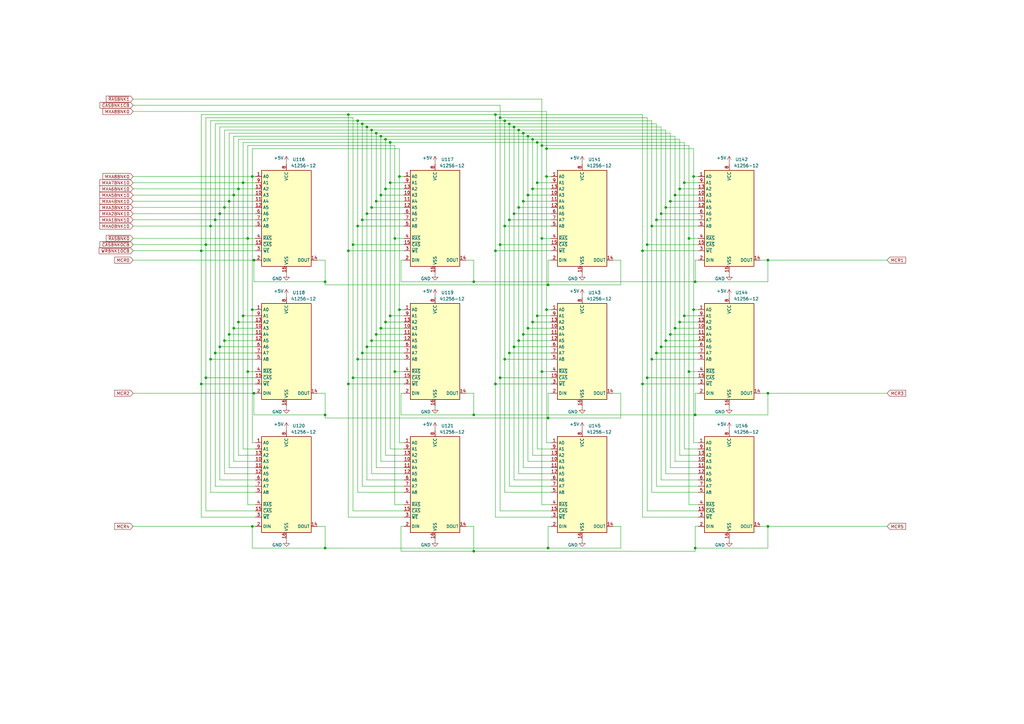
<source format=kicad_sch>
(kicad_sch (version 20211123) (generator eeschema)
  (paper "A3")
  (lib_symbols
    (symbol "power:+5V" (power) (pin_names (offset 0))
      (property "Value" "+5V" (at 0 3.556 0))
      (symbol "+5V_0_1"
        (polyline (pts (xy -0.762 1.27) (xy 0 2.54)))
        (polyline (pts (xy 0 0) (xy 0 2.54)))
        (polyline (pts (xy 0 2.54) (xy 0.762 1.27)))
      )
      (symbol "+5V_1_1"
        (pin power_in line (at 0 0 90) (length 0) hide (name "+5V") (number "1"))
      )
    )
    (symbol "power:GND" (power) (pin_names (offset 0))
      (property "Value" "GND" (at 0 -3.81 0))
      (symbol "GND_0_1"
        (polyline (pts (xy 0 0) (xy 0 -1.27) (xy 1.27 -1.27) (xy 0 -2.54) (xy -1.27 -1.27) (xy 0 -1.27)))
      )
      (symbol "GND_1_1"
        (pin power_in line (at 0 0 270) (length 0) hide (name "GND") (number "1"))
      )
    )
    (symbol "x37:41256"
      (property "Reference" "U" (at -10.16 26.035 0))
      (property "Value" "41256" (at 2.54 26.035 0))
      (symbol "41256_0_0"
        (pin power_in line (at 0 -16.51 90) (length 2.54) (name "VSS") (number "16"))
        (pin power_in line (at 0 27.94 270) (length 2.54) (name "VCC") (number "8"))
      )
      (symbol "41256_0_1"
        (rectangle (start -10.16 25.4) (end 10.16 -13.97) (stroke (width 0.254)) (fill (type background)))
      )
      (symbol "41256_1_1"
        (pin input line (at -12.7 22.86 0) (length 2.54) (name "A0") (number "1"))
        (pin input line (at -12.7 15.24 0) (length 2.54) (name "A3") (number "10"))
        (pin input line (at -12.7 12.7 0) (length 2.54) (name "A4") (number "11"))
        (pin input line (at -12.7 10.16 0) (length 2.54) (name "A5") (number "12"))
        (pin input line (at -12.7 17.78 0) (length 2.54) (name "A2") (number "13"))
        (pin tri_state line (at 12.7 -11.43 180) (length 2.54) (name "DOUT") (number "14"))
        (pin input line (at -12.7 -5.08 0) (length 2.54) (name "~{CAS}") (number "15"))
        (pin tri_state line (at -12.7 -11.43 0) (length 2.54) (name "DIN") (number "2"))
        (pin input line (at -12.7 -7.62 0) (length 2.54) (name "~{WE}") (number "3"))
        (pin input line (at -12.7 -2.54 0) (length 2.54) (name "~{RAS}") (number "4"))
        (pin input line (at -12.7 2.54 0) (length 2.54) (name "A8") (number "5"))
        (pin input line (at -12.7 7.62 0) (length 2.54) (name "A6") (number "6"))
        (pin input line (at -12.7 5.08 0) (length 2.54) (name "A7") (number "7"))
        (pin input line (at -12.7 20.32 0) (length 2.54) (name "A1") (number "9"))
      )
    )
  )
  (junction (at 203.2 157.48))
  (junction (at 214.63 54.61))
  (junction (at 142.875 157.48))
  (junction (at 82.55 102.87))
  (junction (at 212.725 139.7))
  (junction (at 163.83 127))
  (junction (at 90.17 142.24))
  (junction (at 205.105 100.33))
  (junction (at 133.35 170.18))
  (junction (at 273.05 139.7))
  (junction (at 148.59 90.17))
  (junction (at 224.155 60.96))
  (junction (at 224.79 171.45))
  (junction (at 160.02 129.54))
  (junction (at 158.115 132.08))
  (junction (at 86.36 92.71))
  (junction (at 97.79 77.47))
  (junction (at 84.455 100.33))
  (junction (at 274.955 82.55))
  (junction (at 276.86 80.01))
  (junction (at 146.685 147.32))
  (junction (at 271.145 87.63))
  (junction (at 158.115 57.15))
  (junction (at 142.875 102.87))
  (junction (at 203.2 102.87))
  (junction (at 194.31 170.18))
  (junction (at 220.345 74.93))
  (junction (at 282.575 97.79))
  (junction (at 224.79 224.79))
  (junction (at 82.55 157.48))
  (junction (at 99.695 129.54))
  (junction (at 156.21 134.62))
  (junction (at 150.495 87.63))
  (junction (at 278.765 132.08))
  (junction (at 212.725 85.09))
  (junction (at 88.265 90.17))
  (junction (at 222.25 59.69))
  (junction (at 88.265 144.78))
  (junction (at 84.455 154.94))
  (junction (at 207.01 147.32))
  (junction (at 205.105 48.26))
  (junction (at 278.765 77.47))
  (junction (at 285.115 115.57))
  (junction (at 265.43 154.94))
  (junction (at 208.915 90.17))
  (junction (at 218.44 77.47))
  (junction (at 269.24 144.78))
  (junction (at 224.155 72.39))
  (junction (at 220.345 129.54))
  (junction (at 194.31 115.57))
  (junction (at 274.955 137.16))
  (junction (at 133.35 115.57))
  (junction (at 207.01 92.71))
  (junction (at 216.535 134.62))
  (junction (at 163.83 72.39))
  (junction (at 97.79 132.08))
  (junction (at 103.505 215.9))
  (junction (at 103.505 127))
  (junction (at 133.35 224.79))
  (junction (at 210.82 52.07))
  (junction (at 314.96 161.29))
  (junction (at 150.495 142.24))
  (junction (at 161.925 152.4))
  (junction (at 212.725 53.34))
  (junction (at 154.305 137.16))
  (junction (at 224.155 127))
  (junction (at 148.59 144.78))
  (junction (at 216.535 55.88))
  (junction (at 154.305 82.55))
  (junction (at 285.115 224.79))
  (junction (at 216.535 80.01))
  (junction (at 152.4 139.7))
  (junction (at 284.48 127))
  (junction (at 92.075 139.7))
  (junction (at 194.31 226.06))
  (junction (at 152.4 53.34))
  (junction (at 208.915 144.78))
  (junction (at 146.685 92.71))
  (junction (at 144.78 100.33))
  (junction (at 93.98 82.55))
  (junction (at 263.525 102.87))
  (junction (at 142.875 46.99))
  (junction (at 207.01 49.53))
  (junction (at 271.145 142.24))
  (junction (at 224.79 116.84))
  (junction (at 276.86 134.62))
  (junction (at 161.925 97.79))
  (junction (at 214.63 82.55))
  (junction (at 160.02 58.42))
  (junction (at 93.98 137.16))
  (junction (at 203.2 46.99))
  (junction (at 156.21 80.01))
  (junction (at 218.44 132.08))
  (junction (at 208.915 50.8))
  (junction (at 269.24 90.17))
  (junction (at 210.82 142.24))
  (junction (at 265.43 100.33))
  (junction (at 267.335 147.32))
  (junction (at 104.14 161.29))
  (junction (at 220.345 58.42))
  (junction (at 95.885 80.01))
  (junction (at 314.96 215.9))
  (junction (at 273.05 85.09))
  (junction (at 218.44 57.15))
  (junction (at 152.4 85.09))
  (junction (at 205.105 154.94))
  (junction (at 285.115 170.18))
  (junction (at 214.63 137.16))
  (junction (at 144.78 154.94))
  (junction (at 263.525 157.48))
  (junction (at 101.6 152.4))
  (junction (at 158.115 77.47))
  (junction (at 267.335 92.71))
  (junction (at 146.685 49.53))
  (junction (at 222.25 152.4))
  (junction (at 90.17 87.63))
  (junction (at 86.36 147.32))
  (junction (at 104.14 106.68))
  (junction (at 148.59 50.8))
  (junction (at 222.25 97.79))
  (junction (at 150.495 52.07))
  (junction (at 284.48 72.39))
  (junction (at 160.02 74.93))
  (junction (at 92.075 85.09))
  (junction (at 280.67 129.54))
  (junction (at 156.21 55.88))
  (junction (at 95.885 134.62))
  (junction (at 154.305 54.61))
  (junction (at 282.575 152.4))
  (junction (at 103.505 72.39))
  (junction (at 99.695 74.93))
  (junction (at 210.82 87.63))
  (junction (at 314.96 106.68))
  (junction (at 101.6 97.79))
  (junction (at 280.67 74.93))
  (wire (pts (xy 103.505 181.61) (xy 104.775 181.61)))
  (wire (pts (xy 152.4 85.09) (xy 152.4 139.7)))
  (wire (pts (xy 165.735 100.33) (xy 144.78 100.33)))
  (wire (pts (xy 216.535 80.01) (xy 216.535 134.62)))
  (wire (pts (xy 254.635 161.29) (xy 251.46 161.29)))
  (wire (pts (xy 82.55 212.09) (xy 82.55 157.48)))
  (wire (pts (xy 205.105 100.33) (xy 205.105 48.26)))
  (wire (pts (xy 224.79 224.79) (xy 254.635 224.79)))
  (wire (pts (xy 238.76 66.675) (xy 238.76 67.31)))
  (wire (pts (xy 273.05 139.7) (xy 273.05 194.31)))
  (wire (pts (xy 160.02 184.15) (xy 165.735 184.15)))
  (wire (pts (xy 218.44 57.15) (xy 278.765 57.15)))
  (wire (pts (xy 117.475 66.675) (xy 117.475 67.31)))
  (wire (pts (xy 117.475 175.895) (xy 117.475 176.53)))
  (wire (pts (xy 194.31 215.9) (xy 194.31 226.06)))
  (wire (pts (xy 265.43 100.33) (xy 265.43 154.94)))
  (wire (pts (xy 207.01 49.53) (xy 267.335 49.53)))
  (wire (pts (xy 226.06 97.79) (xy 222.25 97.79)))
  (wire (pts (xy 212.725 194.31) (xy 226.06 194.31)))
  (wire (pts (xy 103.505 60.96) (xy 163.83 60.96)))
  (wire (pts (xy 314.96 106.68) (xy 311.785 106.68)))
  (wire (pts (xy 54.61 215.9) (xy 103.505 215.9)))
  (wire (pts (xy 216.535 134.62) (xy 226.06 134.62)))
  (wire (pts (xy 178.435 66.675) (xy 178.435 67.31)))
  (wire (pts (xy 286.385 72.39) (xy 284.48 72.39)))
  (wire (pts (xy 222.25 152.4) (xy 222.25 207.01)))
  (wire (pts (xy 133.35 224.79) (xy 133.35 215.9)))
  (wire (pts (xy 103.505 127) (xy 103.505 181.61)))
  (wire (pts (xy 84.455 100.33) (xy 84.455 48.26)))
  (wire (pts (xy 286.385 186.69) (xy 278.765 186.69)))
  (wire (pts (xy 133.35 215.9) (xy 130.175 215.9)))
  (wire (pts (xy 278.765 132.08) (xy 278.765 186.69)))
  (wire (pts (xy 164.465 170.18) (xy 194.31 170.18)))
  (wire (pts (xy 286.385 142.24) (xy 271.145 142.24)))
  (wire (pts (xy 194.31 226.06) (xy 285.115 226.06)))
  (wire (pts (xy 165.735 77.47) (xy 158.115 77.47)))
  (wire (pts (xy 280.67 74.93) (xy 280.67 129.54)))
  (wire (pts (xy 282.575 97.79) (xy 282.575 59.69)))
  (wire (pts (xy 117.475 111.76) (xy 117.475 112.395)))
  (wire (pts (xy 205.105 100.33) (xy 205.105 154.94)))
  (wire (pts (xy 273.05 194.31) (xy 286.385 194.31)))
  (wire (pts (xy 238.76 220.98) (xy 238.76 221.615)))
  (wire (pts (xy 104.14 161.29) (xy 104.775 161.29)))
  (wire (pts (xy 299.085 220.98) (xy 299.085 221.615)))
  (wire (pts (xy 178.435 175.895) (xy 178.435 176.53)))
  (wire (pts (xy 224.155 72.39) (xy 224.155 60.96)))
  (wire (pts (xy 224.155 127) (xy 224.155 181.61)))
  (wire (pts (xy 286.385 147.32) (xy 267.335 147.32)))
  (wire (pts (xy 148.59 50.8) (xy 208.915 50.8)))
  (wire (pts (xy 150.495 142.24) (xy 150.495 196.85)))
  (wire (pts (xy 84.455 154.94) (xy 84.455 209.55)))
  (wire (pts (xy 286.385 215.9) (xy 285.115 215.9)))
  (wire (pts (xy 276.86 189.23) (xy 286.385 189.23)))
  (wire (pts (xy 216.535 55.88) (xy 276.86 55.88)))
  (wire (pts (xy 142.875 212.09) (xy 165.735 212.09)))
  (wire (pts (xy 158.115 77.47) (xy 158.115 132.08)))
  (wire (pts (xy 165.735 154.94) (xy 144.78 154.94)))
  (wire (pts (xy 267.335 92.71) (xy 267.335 49.53)))
  (wire (pts (xy 86.36 147.32) (xy 104.775 147.32)))
  (wire (pts (xy 90.17 87.63) (xy 90.17 52.07)))
  (wire (pts (xy 214.63 54.61) (xy 274.955 54.61)))
  (wire (pts (xy 104.14 170.18) (xy 133.35 170.18)))
  (wire (pts (xy 148.59 50.8) (xy 148.59 90.17)))
  (wire (pts (xy 285.115 161.29) (xy 285.115 170.18)))
  (wire (pts (xy 226.06 161.29) (xy 224.79 161.29)))
  (wire (pts (xy 165.735 152.4) (xy 161.925 152.4)))
  (wire (pts (xy 214.63 82.55) (xy 214.63 137.16)))
  (wire (pts (xy 82.55 102.87) (xy 104.775 102.87)))
  (wire (pts (xy 165.735 137.16) (xy 154.305 137.16)))
  (wire (pts (xy 224.79 106.68) (xy 224.79 116.84)))
  (wire (pts (xy 148.59 90.17) (xy 165.735 90.17)))
  (wire (pts (xy 95.885 80.01) (xy 95.885 134.62)))
  (wire (pts (xy 133.35 115.57) (xy 133.35 106.68)))
  (wire (pts (xy 203.2 157.48) (xy 226.06 157.48)))
  (wire (pts (xy 165.735 215.9) (xy 164.465 215.9)))
  (wire (pts (xy 92.075 53.34) (xy 152.4 53.34)))
  (wire (pts (xy 194.31 215.9) (xy 191.135 215.9)))
  (wire (pts (xy 226.06 87.63) (xy 210.82 87.63)))
  (wire (pts (xy 54.61 74.93) (xy 99.695 74.93)))
  (wire (pts (xy 156.21 189.23) (xy 165.735 189.23)))
  (wire (pts (xy 92.075 194.31) (xy 104.775 194.31)))
  (wire (pts (xy 212.725 85.09) (xy 226.06 85.09)))
  (wire (pts (xy 154.305 82.55) (xy 154.305 54.61)))
  (wire (pts (xy 363.855 106.68) (xy 314.96 106.68)))
  (wire (pts (xy 207.01 92.71) (xy 207.01 49.53)))
  (wire (pts (xy 280.67 58.42) (xy 280.67 74.93)))
  (wire (pts (xy 274.955 137.16) (xy 274.955 191.77)))
  (wire (pts (xy 133.35 115.57) (xy 133.35 116.84)))
  (wire (pts (xy 263.525 46.99) (xy 263.525 102.87)))
  (wire (pts (xy 150.495 87.63) (xy 150.495 142.24)))
  (wire (pts (xy 265.43 154.94) (xy 265.43 209.55)))
  (wire (pts (xy 286.385 97.79) (xy 282.575 97.79)))
  (wire (pts (xy 271.145 142.24) (xy 271.145 196.85)))
  (wire (pts (xy 165.735 72.39) (xy 163.83 72.39)))
  (wire (pts (xy 267.335 147.32) (xy 267.335 201.93)))
  (wire (pts (xy 218.44 77.47) (xy 218.44 132.08)))
  (wire (pts (xy 165.735 106.68) (xy 164.465 106.68)))
  (wire (pts (xy 208.915 144.78) (xy 226.06 144.78)))
  (wire (pts (xy 88.265 50.8) (xy 148.59 50.8)))
  (wire (pts (xy 222.25 40.64) (xy 222.25 59.69)))
  (wire (pts (xy 103.505 215.9) (xy 103.505 224.79)))
  (wire (pts (xy 278.765 77.47) (xy 278.765 132.08)))
  (wire (pts (xy 84.455 209.55) (xy 104.775 209.55)))
  (wire (pts (xy 93.98 82.55) (xy 93.98 137.16)))
  (wire (pts (xy 269.24 144.78) (xy 286.385 144.78)))
  (wire (pts (xy 208.915 144.78) (xy 208.915 199.39)))
  (wire (pts (xy 273.05 139.7) (xy 286.385 139.7)))
  (wire (pts (xy 99.695 74.93) (xy 104.775 74.93)))
  (wire (pts (xy 97.79 57.15) (xy 97.79 77.47)))
  (wire (pts (xy 285.115 224.79) (xy 314.96 224.79)))
  (wire (pts (xy 133.35 116.84) (xy 224.79 116.84)))
  (wire (pts (xy 86.36 92.71) (xy 86.36 147.32)))
  (wire (pts (xy 220.345 184.15) (xy 226.06 184.15)))
  (wire (pts (xy 269.24 144.78) (xy 269.24 199.39)))
  (wire (pts (xy 254.635 106.68) (xy 251.46 106.68)))
  (wire (pts (xy 254.635 215.9) (xy 254.635 224.79)))
  (wire (pts (xy 103.505 224.79) (xy 133.35 224.79)))
  (wire (pts (xy 142.875 102.87) (xy 165.735 102.87)))
  (wire (pts (xy 212.725 139.7) (xy 212.725 194.31)))
  (wire (pts (xy 54.61 92.71) (xy 86.36 92.71)))
  (wire (pts (xy 314.96 170.18) (xy 314.96 161.29)))
  (wire (pts (xy 214.63 137.16) (xy 214.63 191.77)))
  (wire (pts (xy 92.075 139.7) (xy 104.775 139.7)))
  (wire (pts (xy 263.525 102.87) (xy 263.525 157.48)))
  (wire (pts (xy 218.44 77.47) (xy 218.44 57.15)))
  (wire (pts (xy 92.075 139.7) (xy 92.075 194.31)))
  (wire (pts (xy 54.61 100.33) (xy 84.455 100.33)))
  (wire (pts (xy 226.06 181.61) (xy 224.155 181.61)))
  (wire (pts (xy 280.67 184.15) (xy 286.385 184.15)))
  (wire (pts (xy 194.31 106.68) (xy 194.31 115.57)))
  (wire (pts (xy 314.96 161.29) (xy 311.785 161.29)))
  (wire (pts (xy 104.14 115.57) (xy 133.35 115.57)))
  (wire (pts (xy 82.55 157.48) (xy 82.55 102.87)))
  (wire (pts (xy 165.735 209.55) (xy 144.78 209.55)))
  (wire (pts (xy 226.06 191.77) (xy 214.63 191.77)))
  (wire (pts (xy 90.17 196.85) (xy 104.775 196.85)))
  (wire (pts (xy 263.525 212.09) (xy 286.385 212.09)))
  (wire (pts (xy 104.14 106.68) (xy 104.14 115.57)))
  (wire (pts (xy 154.305 137.16) (xy 154.305 191.77)))
  (wire (pts (xy 165.735 147.32) (xy 146.685 147.32)))
  (wire (pts (xy 286.385 152.4) (xy 282.575 152.4)))
  (wire (pts (xy 286.385 161.29) (xy 285.115 161.29)))
  (wire (pts (xy 276.86 55.88) (xy 276.86 80.01)))
  (wire (pts (xy 203.2 102.87) (xy 203.2 157.48)))
  (wire (pts (xy 97.79 77.47) (xy 104.775 77.47)))
  (wire (pts (xy 299.085 66.675) (xy 299.085 67.31)))
  (wire (pts (xy 220.345 58.42) (xy 280.67 58.42)))
  (wire (pts (xy 103.505 127) (xy 104.775 127)))
  (wire (pts (xy 299.085 111.76) (xy 299.085 112.395)))
  (wire (pts (xy 54.61 97.79) (xy 101.6 97.79)))
  (wire (pts (xy 148.59 90.17) (xy 148.59 144.78)))
  (wire (pts (xy 99.695 184.15) (xy 104.775 184.15)))
  (wire (pts (xy 286.385 181.61) (xy 284.48 181.61)))
  (wire (pts (xy 54.61 106.68) (xy 104.14 106.68)))
  (wire (pts (xy 142.875 46.99) (xy 142.875 102.87)))
  (wire (pts (xy 238.76 166.37) (xy 238.76 167.005)))
  (wire (pts (xy 101.6 207.01) (xy 104.775 207.01)))
  (wire (pts (xy 88.265 90.17) (xy 88.265 144.78)))
  (wire (pts (xy 224.155 72.39) (xy 224.155 127)))
  (wire (pts (xy 220.345 74.93) (xy 226.06 74.93)))
  (wire (pts (xy 282.575 152.4) (xy 282.575 207.01)))
  (wire (pts (xy 133.35 106.68) (xy 130.175 106.68)))
  (wire (pts (xy 267.335 92.71) (xy 267.335 147.32)))
  (wire (pts (xy 271.145 52.07) (xy 210.82 52.07)))
  (wire (pts (xy 208.915 199.39) (xy 226.06 199.39)))
  (wire (pts (xy 88.265 50.8) (xy 88.265 90.17)))
  (wire (pts (xy 263.525 102.87) (xy 286.385 102.87)))
  (wire (pts (xy 314.96 215.9) (xy 311.785 215.9)))
  (wire (pts (xy 203.2 157.48) (xy 203.2 212.09)))
  (wire (pts (xy 165.735 186.69) (xy 158.115 186.69)))
  (wire (pts (xy 207.01 147.32) (xy 207.01 201.93)))
  (wire (pts (xy 164.465 226.06) (xy 194.31 226.06)))
  (wire (pts (xy 284.48 72.39) (xy 284.48 127)))
  (wire (pts (xy 286.385 127) (xy 284.48 127)))
  (wire (pts (xy 104.14 106.68) (xy 104.775 106.68)))
  (wire (pts (xy 163.83 72.39) (xy 163.83 127)))
  (wire (pts (xy 265.43 100.33) (xy 265.43 48.26)))
  (wire (pts (xy 165.735 207.01) (xy 161.925 207.01)))
  (wire (pts (xy 160.02 129.54) (xy 160.02 184.15)))
  (wire (pts (xy 271.145 87.63) (xy 271.145 142.24)))
  (wire (pts (xy 144.78 100.33) (xy 144.78 48.26)))
  (wire (pts (xy 97.79 132.08) (xy 97.79 186.69)))
  (wire (pts (xy 220.345 129.54) (xy 226.06 129.54)))
  (wire (pts (xy 224.79 171.45) (xy 254.635 171.45)))
  (wire (pts (xy 156.21 55.88) (xy 216.535 55.88)))
  (wire (pts (xy 160.02 74.93) (xy 165.735 74.93)))
  (wire (pts (xy 212.725 85.09) (xy 212.725 139.7)))
  (wire (pts (xy 363.855 161.29) (xy 314.96 161.29)))
  (wire (pts (xy 165.735 132.08) (xy 158.115 132.08)))
  (wire (pts (xy 274.955 54.61) (xy 274.955 82.55)))
  (wire (pts (xy 165.735 161.29) (xy 164.465 161.29)))
  (wire (pts (xy 54.61 102.87) (xy 82.55 102.87)))
  (wire (pts (xy 142.875 157.48) (xy 165.735 157.48)))
  (wire (pts (xy 82.55 157.48) (xy 104.775 157.48)))
  (wire (pts (xy 208.915 90.17) (xy 226.06 90.17)))
  (wire (pts (xy 99.695 74.93) (xy 99.695 58.42)))
  (wire (pts (xy 226.06 82.55) (xy 214.63 82.55)))
  (wire (pts (xy 224.155 45.72) (xy 224.155 60.96)))
  (wire (pts (xy 165.735 191.77) (xy 154.305 191.77)))
  (wire (pts (xy 286.385 106.68) (xy 285.115 106.68)))
  (wire (pts (xy 299.085 175.895) (xy 299.085 176.53)))
  (wire (pts (xy 194.31 161.29) (xy 194.31 170.18)))
  (wire (pts (xy 95.885 55.88) (xy 156.21 55.88)))
  (wire (pts (xy 203.2 102.87) (xy 226.06 102.87)))
  (wire (pts (xy 54.61 40.64) (xy 222.25 40.64)))
  (wire (pts (xy 54.61 45.72) (xy 224.155 45.72)))
  (wire (pts (xy 152.4 194.31) (xy 165.735 194.31)))
  (wire (pts (xy 95.885 189.23) (xy 104.775 189.23)))
  (wire (pts (xy 165.735 196.85) (xy 150.495 196.85)))
  (wire (pts (xy 299.085 121.285) (xy 299.085 121.92)))
  (wire (pts (xy 101.6 59.69) (xy 101.6 97.79)))
  (wire (pts (xy 276.86 80.01) (xy 276.86 134.62)))
  (wire (pts (xy 88.265 199.39) (xy 104.775 199.39)))
  (wire (pts (xy 210.82 87.63) (xy 210.82 142.24)))
  (wire (pts (xy 224.79 116.84) (xy 254.635 116.84)))
  (wire (pts (xy 194.31 170.18) (xy 285.115 170.18)))
  (wire (pts (xy 178.435 166.37) (xy 178.435 167.005)))
  (wire (pts (xy 286.385 77.47) (xy 278.765 77.47)))
  (wire (pts (xy 93.98 191.77) (xy 104.775 191.77)))
  (wire (pts (xy 158.115 57.15) (xy 218.44 57.15)))
  (wire (pts (xy 267.335 92.71) (xy 286.385 92.71)))
  (wire (pts (xy 269.24 90.17) (xy 286.385 90.17)))
  (wire (pts (xy 208.915 50.8) (xy 269.24 50.8)))
  (wire (pts (xy 226.06 201.93) (xy 207.01 201.93)))
  (wire (pts (xy 238.76 121.285) (xy 238.76 121.92)))
  (wire (pts (xy 95.885 55.88) (xy 95.885 80.01)))
  (wire (pts (xy 226.06 147.32) (xy 207.01 147.32)))
  (wire (pts (xy 156.21 134.62) (xy 165.735 134.62)))
  (wire (pts (xy 160.02 58.42) (xy 160.02 74.93)))
  (wire (pts (xy 165.735 127) (xy 163.83 127)))
  (wire (pts (xy 254.635 215.9) (xy 251.46 215.9)))
  (wire (pts (xy 222.25 97.79) (xy 222.25 59.69)))
  (wire (pts (xy 286.385 201.93) (xy 267.335 201.93)))
  (wire (pts (xy 161.925 97.79) (xy 161.925 59.69)))
  (wire (pts (xy 282.575 97.79) (xy 282.575 152.4)))
  (wire (pts (xy 93.98 137.16) (xy 93.98 191.77)))
  (wire (pts (xy 226.06 209.55) (xy 205.105 209.55)))
  (wire (pts (xy 95.885 134.62) (xy 104.775 134.62)))
  (wire (pts (xy 101.6 97.79) (xy 104.775 97.79)))
  (wire (pts (xy 160.02 129.54) (xy 165.735 129.54)))
  (wire (pts (xy 117.475 121.285) (xy 117.475 121.92)))
  (wire (pts (xy 99.695 129.54) (xy 99.695 184.15)))
  (wire (pts (xy 314.96 224.79) (xy 314.96 215.9)))
  (wire (pts (xy 210.82 87.63) (xy 210.82 52.07)))
  (wire (pts (xy 285.115 170.18) (xy 314.96 170.18)))
  (wire (pts (xy 156.21 134.62) (xy 156.21 189.23)))
  (wire (pts (xy 218.44 132.08) (xy 218.44 186.69)))
  (wire (pts (xy 160.02 74.93) (xy 160.02 129.54)))
  (wire (pts (xy 54.61 72.39) (xy 103.505 72.39)))
  (wire (pts (xy 54.61 77.47) (xy 97.79 77.47)))
  (wire (pts (xy 161.925 152.4) (xy 161.925 207.01)))
  (wire (pts (xy 148.59 144.78) (xy 165.735 144.78)))
  (wire (pts (xy 226.06 106.68) (xy 224.79 106.68)))
  (wire (pts (xy 212.725 139.7) (xy 226.06 139.7)))
  (wire (pts (xy 284.48 127) (xy 284.48 181.61)))
  (wire (pts (xy 178.435 111.76) (xy 178.435 112.395)))
  (wire (pts (xy 194.31 115.57) (xy 285.115 115.57)))
  (wire (pts (xy 165.735 92.71) (xy 146.685 92.71)))
  (wire (pts (xy 254.635 161.29) (xy 254.635 171.45)))
  (wire (pts (xy 212.725 53.34) (xy 212.725 85.09)))
  (wire (pts (xy 299.085 166.37) (xy 299.085 167.005)))
  (wire (pts (xy 88.265 144.78) (xy 88.265 199.39)))
  (wire (pts (xy 212.725 53.34) (xy 273.05 53.34)))
  (wire (pts (xy 82.55 212.09) (xy 104.775 212.09)))
  (wire (pts (xy 117.475 166.37) (xy 117.475 167.005)))
  (wire (pts (xy 99.695 74.93) (xy 99.695 129.54)))
  (wire (pts (xy 194.31 106.68) (xy 191.135 106.68)))
  (wire (pts (xy 152.4 53.34) (xy 152.4 85.09)))
  (wire (pts (xy 144.78 154.94) (xy 144.78 209.55)))
  (wire (pts (xy 220.345 58.42) (xy 220.345 74.93)))
  (wire (pts (xy 276.86 80.01) (xy 286.385 80.01)))
  (wire (pts (xy 152.4 139.7) (xy 165.735 139.7)))
  (wire (pts (xy 84.455 100.33) (xy 104.775 100.33)))
  (wire (pts (xy 164.465 106.68) (xy 164.465 115.57)))
  (wire (pts (xy 263.525 157.48) (xy 286.385 157.48)))
  (wire (pts (xy 276.86 134.62) (xy 276.86 189.23)))
  (wire (pts (xy 269.24 50.8) (xy 269.24 90.17)))
  (wire (pts (xy 286.385 196.85) (xy 271.145 196.85)))
  (wire (pts (xy 205.105 48.26) (xy 265.43 48.26)))
  (wire (pts (xy 205.105 43.18) (xy 54.61 43.18)))
  (wire (pts (xy 82.55 46.99) (xy 142.875 46.99)))
  (wire (pts (xy 165.735 82.55) (xy 154.305 82.55)))
  (wire (pts (xy 216.535 134.62) (xy 216.535 189.23)))
  (wire (pts (xy 216.535 80.01) (xy 226.06 80.01)))
  (wire (pts (xy 92.075 53.34) (xy 92.075 85.09)))
  (wire (pts (xy 88.265 90.17) (xy 104.775 90.17)))
  (wire (pts (xy 286.385 87.63) (xy 271.145 87.63)))
  (wire (pts (xy 224.155 60.96) (xy 284.48 60.96)))
  (wire (pts (xy 286.385 100.33) (xy 265.43 100.33)))
  (wire (pts (xy 286.385 209.55) (xy 265.43 209.55)))
  (wire (pts (xy 214.63 82.55) (xy 214.63 54.61)))
  (wire (pts (xy 88.265 144.78) (xy 104.775 144.78)))
  (wire (pts (xy 142.875 46.99) (xy 203.2 46.99)))
  (wire (pts (xy 104.14 161.29) (xy 104.14 170.18)))
  (wire (pts (xy 210.82 52.07) (xy 150.495 52.07)))
  (wire (pts (xy 269.24 199.39) (xy 286.385 199.39)))
  (wire (pts (xy 226.06 100.33) (xy 205.105 100.33)))
  (wire (pts (xy 101.6 97.79) (xy 101.6 152.4)))
  (wire (pts (xy 93.98 82.55) (xy 93.98 54.61)))
  (wire (pts (xy 86.36 92.71) (xy 86.36 49.53)))
  (wire (pts (xy 95.885 134.62) (xy 95.885 189.23)))
  (wire (pts (xy 269.24 90.17) (xy 269.24 144.78)))
  (wire (pts (xy 146.685 147.32) (xy 146.685 201.93)))
  (wire (pts (xy 54.61 82.55) (xy 93.98 82.55)))
  (wire (pts (xy 146.685 49.53) (xy 207.01 49.53)))
  (wire (pts (xy 286.385 137.16) (xy 274.955 137.16)))
  (wire (pts (xy 54.61 87.63) (xy 90.17 87.63)))
  (wire (pts (xy 97.79 57.15) (xy 158.115 57.15)))
  (wire (pts (xy 224.79 171.45) (xy 133.35 171.45)))
  (wire (pts (xy 163.83 72.39) (xy 163.83 60.96)))
  (wire (pts (xy 161.925 97.79) (xy 161.925 152.4)))
  (wire (pts (xy 220.345 74.93) (xy 220.345 129.54)))
  (wire (pts (xy 222.25 97.79) (xy 222.25 152.4)))
  (wire (pts (xy 150.495 87.63) (xy 150.495 52.07)))
  (wire (pts (xy 178.435 121.285) (xy 178.435 121.92)))
  (wire (pts (xy 226.06 215.9) (xy 224.79 215.9)))
  (wire (pts (xy 90.17 142.24) (xy 104.775 142.24)))
  (wire (pts (xy 280.67 74.93) (xy 286.385 74.93)))
  (wire (pts (xy 273.05 85.09) (xy 286.385 85.09)))
  (wire (pts (xy 84.455 100.33) (xy 84.455 154.94)))
  (wire (pts (xy 205.105 48.26) (xy 205.105 43.18)))
  (wire (pts (xy 133.35 161.29) (xy 130.175 161.29)))
  (wire (pts (xy 226.06 127) (xy 224.155 127)))
  (wire (pts (xy 99.695 58.42) (xy 160.02 58.42)))
  (wire (pts (xy 238.76 175.895) (xy 238.76 176.53)))
  (wire (pts (xy 97.79 132.08) (xy 104.775 132.08)))
  (wire (pts (xy 133.35 170.18) (xy 133.35 161.29)))
  (wire (pts (xy 82.55 46.99) (xy 82.55 102.87)))
  (wire (pts (xy 194.31 161.29) (xy 191.135 161.29)))
  (wire (pts (xy 226.06 132.08) (xy 218.44 132.08)))
  (wire (pts (xy 90.17 87.63) (xy 90.17 142.24)))
  (wire (pts (xy 99.695 129.54) (xy 104.775 129.54)))
  (wire (pts (xy 103.505 72.39) (xy 103.505 60.96)))
  (wire (pts (xy 285.115 215.9) (xy 285.115 224.79)))
  (wire (pts (xy 273.05 85.09) (xy 273.05 139.7)))
  (wire (pts (xy 92.075 85.09) (xy 104.775 85.09)))
  (wire (pts (xy 286.385 207.01) (xy 282.575 207.01)))
  (wire (pts (xy 164.465 161.29) (xy 164.465 170.18)))
  (wire (pts (xy 158.115 77.47) (xy 158.115 57.15)))
  (wire (pts (xy 142.875 157.48) (xy 142.875 212.09)))
  (wire (pts (xy 92.075 85.09) (xy 92.075 139.7)))
  (wire (pts (xy 271.145 87.63) (xy 271.145 52.07)))
  (wire (pts (xy 286.385 191.77) (xy 274.955 191.77)))
  (wire (pts (xy 90.17 87.63) (xy 104.775 87.63)))
  (wire (pts (xy 178.435 220.98) (xy 178.435 221.615)))
  (wire (pts (xy 226.06 137.16) (xy 214.63 137.16)))
  (wire (pts (xy 285.115 226.06) (xy 285.115 224.79)))
  (wire (pts (xy 93.98 137.16) (xy 104.775 137.16)))
  (wire (pts (xy 154.305 54.61) (xy 214.63 54.61)))
  (wire (pts (xy 226.06 196.85) (xy 210.82 196.85)))
  (wire (pts (xy 158.115 132.08) (xy 158.115 186.69)))
  (wire (pts (xy 263.525 157.48) (xy 263.525 212.09)))
  (wire (pts (xy 54.61 80.01) (xy 95.885 80.01)))
  (wire (pts (xy 103.505 215.9) (xy 104.775 215.9)))
  (wire (pts (xy 86.36 147.32) (xy 86.36 201.93)))
  (wire (pts (xy 164.465 215.9) (xy 164.465 226.06)))
  (wire (pts (xy 54.61 161.29) (xy 104.14 161.29)))
  (wire (pts (xy 208.915 50.8) (xy 208.915 90.17)))
  (wire (pts (xy 160.02 58.42) (xy 220.345 58.42)))
  (wire (pts (xy 117.475 220.98) (xy 117.475 221.615)))
  (wire (pts (xy 284.48 72.39) (xy 284.48 60.96)))
  (wire (pts (xy 220.345 129.54) (xy 220.345 184.15)))
  (wire (pts (xy 101.6 152.4) (xy 104.775 152.4)))
  (wire (pts (xy 216.535 189.23) (xy 226.06 189.23)))
  (wire (pts (xy 133.35 171.45) (xy 133.35 170.18)))
  (wire (pts (xy 103.505 127) (xy 103.505 72.39)))
  (wire (pts (xy 156.21 80.01) (xy 156.21 134.62)))
  (wire (pts (xy 226.06 92.71) (xy 207.01 92.71)))
  (wire (pts (xy 86.36 49.53) (xy 146.685 49.53)))
  (wire (pts (xy 95.885 80.01) (xy 104.775 80.01)))
  (wire (pts (xy 86.36 201.93) (xy 104.775 201.93)))
  (wire (pts (xy 203.2 212.09) (xy 226.06 212.09)))
  (wire (pts (xy 54.61 85.09) (xy 92.075 85.09)))
  (wire (pts (xy 208.915 90.17) (xy 208.915 144.78)))
  (wire (pts (xy 97.79 77.47) (xy 97.79 132.08)))
  (wire (pts (xy 226.06 77.47) (xy 218.44 77.47)))
  (wire (pts (xy 144.78 100.33) (xy 144.78 154.94)))
  (wire (pts (xy 161.925 59.69) (xy 101.6 59.69)))
  (wire (pts (xy 226.06 72.39) (xy 224.155 72.39)))
  (wire (pts (xy 165.735 87.63) (xy 150.495 87.63)))
  (wire (pts (xy 84.455 48.26) (xy 144.78 48.26)))
  (wire (pts (xy 165.735 142.24) (xy 150.495 142.24)))
  (wire (pts (xy 93.98 82.55) (xy 104.775 82.55)))
  (wire (pts (xy 224.79 161.29) (xy 224.79 171.45)))
  (wire (pts (xy 210.82 142.24) (xy 210.82 196.85)))
  (wire (pts (xy 285.115 106.68) (xy 285.115 115.57)))
  (wire (pts (xy 363.855 215.9) (xy 314.96 215.9)))
  (wire (pts (xy 165.735 97.79) (xy 161.925 97.79)))
  (wire (pts (xy 152.4 139.7) (xy 152.4 194.31)))
  (wire (pts (xy 84.455 154.94) (xy 104.775 154.94)))
  (wire (pts (xy 148.59 199.39) (xy 165.735 199.39)))
  (wire (pts (xy 103.505 72.39) (xy 104.775 72.39)))
  (wire (pts (xy 226.06 186.69) (xy 218.44 186.69)))
  (wire (pts (xy 207.01 92.71) (xy 207.01 147.32)))
  (wire (pts (xy 226.06 152.4) (xy 222.25 152.4)))
  (wire (pts (xy 165.735 181.61) (xy 163.83 181.61)))
  (wire (pts (xy 133.35 224.79) (xy 224.79 224.79)))
  (wire (pts (xy 142.875 102.87) (xy 142.875 157.48)))
  (wire (pts (xy 93.98 54.61) (xy 154.305 54.61)))
  (wire (pts (xy 226.06 142.24) (xy 210.82 142.24)))
  (wire (pts (xy 282.575 59.69) (xy 222.25 59.69)))
  (wire (pts (xy 226.06 154.94) (xy 205.105 154.94)))
  (wire (pts (xy 274.955 82.55) (xy 274.955 137.16)))
  (wire (pts (xy 203.2 46.99) (xy 203.2 102.87)))
  (wire (pts (xy 314.96 115.57) (xy 314.96 106.68)))
  (wire (pts (xy 146.685 92.71) (xy 146.685 49.53)))
  (wire (pts (xy 280.67 129.54) (xy 280.67 184.15)))
  (wire (pts (xy 278.765 77.47) (xy 278.765 57.15)))
  (wire (pts (xy 146.685 92.71) (xy 146.685 147.32)))
  (wire (pts (xy 286.385 82.55) (xy 274.955 82.55)))
  (wire (pts (xy 165.735 201.93) (xy 146.685 201.93)))
  (wire (pts (xy 205.105 154.94) (xy 205.105 209.55)))
  (wire (pts (xy 152.4 53.34) (xy 212.725 53.34)))
  (wire (pts (xy 273.05 53.34) (xy 273.05 85.09)))
  (wire (pts (xy 150.495 52.07) (xy 90.17 52.07)))
  (wire (pts (xy 216.535 55.88) (xy 216.535 80.01)))
  (wire (pts (xy 152.4 85.09) (xy 165.735 85.09)))
  (wire (pts (xy 148.59 144.78) (xy 148.59 199.39)))
  (wire (pts (xy 101.6 152.4) (xy 101.6 207.01)))
  (wire (pts (xy 90.17 142.24) (xy 90.17 196.85)))
  (wire (pts (xy 156.21 55.88) (xy 156.21 80.01)))
  (wire (pts (xy 164.465 115.57) (xy 194.31 115.57)))
  (wire (pts (xy 226.06 207.01) (xy 222.25 207.01)))
  (wire (pts (xy 97.79 186.69) (xy 104.775 186.69)))
  (wire (pts (xy 286.385 154.94) (xy 265.43 154.94)))
  (wire (pts (xy 280.67 129.54) (xy 286.385 129.54)))
  (wire (pts (xy 238.76 111.76) (xy 238.76 112.395)))
  (wire (pts (xy 276.86 134.62) (xy 286.385 134.62)))
  (wire (pts (xy 156.21 80.01) (xy 165.735 80.01)))
  (wire (pts (xy 54.61 90.17) (xy 88.265 90.17)))
  (wire (pts (xy 203.2 46.99) (xy 263.525 46.99)))
  (wire (pts (xy 286.385 132.08) (xy 278.765 132.08)))
  (wire (pts (xy 254.635 106.68) (xy 254.635 116.84)))
  (wire (pts (xy 285.115 115.57) (xy 314.96 115.57)))
  (wire (pts (xy 154.305 82.55) (xy 154.305 137.16)))
  (wire (pts (xy 163.83 127) (xy 163.83 181.61)))
  (wire (pts (xy 224.79 215.9) (xy 224.79 224.79)))
  (wire (pts (xy 86.36 92.71) (xy 104.775 92.71)))
  (global_label "MXA8BNK0" (shape input) (at 54.61 72.39 180) (property "Intersheet References" "${INTERSHEET_REFS}" (effects hide)))
  (global_label "MCR4" (shape input) (at 54.61 215.9 180) (property "Intersheet References" "${INTERSHEET_REFS}" (effects hide)))
  (global_label "MCR3" (shape input) (at 363.855 161.29 0) (property "Intersheet References" "${INTERSHEET_REFS}" (effects hide)))
  (global_label "MXA1BNK10" (shape input) (at 54.61 90.17 180) (property "Intersheet References" "${INTERSHEET_REFS}" (effects hide)))
  (global_label "MXA3BNK10" (shape input) (at 54.61 85.09 180) (property "Intersheet References" "${INTERSHEET_REFS}" (effects hide)))
  (global_label "~{CASBNK1CB}" (shape input) (at 54.61 43.18 180) (property "Intersheet References" "${INTERSHEET_REFS}" (effects hide)))
  (global_label "MXA0BNK10" (shape input) (at 54.61 92.71 180) (property "Intersheet References" "${INTERSHEET_REFS}" (effects hide)))
  (global_label "~{CASBNK0CB}" (shape input) (at 54.61 100.33 180) (property "Intersheet References" "${INTERSHEET_REFS}" (effects hide)))
  (global_label "~{RASBNK1}" (shape input) (at 54.61 40.64 180) (property "Intersheet References" "${INTERSHEET_REFS}" (effects hide)))
  (global_label "MCR1" (shape input) (at 363.855 106.68 0) (property "Intersheet References" "${INTERSHEET_REFS}" (effects hide)))
  (global_label "~{RASBNK0}" (shape input) (at 54.61 97.79 180) (property "Intersheet References" "${INTERSHEET_REFS}" (effects hide)))
  (global_label "MCR2" (shape input) (at 54.61 161.29 180) (property "Intersheet References" "${INTERSHEET_REFS}" (effects hide)))
  (global_label "MXA8BNK0" (shape input) (at 54.61 45.72 180) (property "Intersheet References" "${INTERSHEET_REFS}" (effects hide)))
  (global_label "MXA5BNK10" (shape input) (at 54.61 80.01 180) (property "Intersheet References" "${INTERSHEET_REFS}" (effects hide)))
  (global_label "~{WRBNK10CB}" (shape input) (at 54.61 102.87 180) (property "Intersheet References" "${INTERSHEET_REFS}" (effects hide)))
  (global_label "MXA7BNK10" (shape input) (at 54.61 74.93 180) (property "Intersheet References" "${INTERSHEET_REFS}" (effects hide)))
  (global_label "MCR5" (shape input) (at 363.855 215.9 0) (property "Intersheet References" "${INTERSHEET_REFS}" (effects hide)))
  (global_label "MCR0" (shape input) (at 54.61 106.68 180) (property "Intersheet References" "${INTERSHEET_REFS}" (effects hide)))
  (global_label "MXA6BNK10" (shape input) (at 54.61 77.47 180) (property "Intersheet References" "${INTERSHEET_REFS}" (effects hide)))
  (global_label "MXA2BNK10" (shape input) (at 54.61 87.63 180) (property "Intersheet References" "${INTERSHEET_REFS}" (effects hide)))
  (global_label "MXA4BNK10" (shape input) (at 54.61 82.55 180) (property "Intersheet References" "${INTERSHEET_REFS}" (effects hide)))
  (symbol (lib_id "power:+5V") (at 117.475 66.675 0) (unit 1)
    (property "Reference" "#PWR0425" (effects hide))
    (property "Value" "+5V" (at 114.3 64.77 0))
  )
  (symbol (lib_id "power:+5V") (at 238.76 175.895 0) (unit 1)
    (property "Reference" "#PWR0423" (effects hide))
    (property "Value" "+5V" (at 235.585 173.99 0))
  )
  (symbol (lib_id "x37:41256") (at 238.76 149.86 0) (unit 1)
    (property "Reference" "U143" (at 243.84 120.015 0))
    (property "Value" "41256-12" (at 245.745 122.555 0))
    (property "Footprint" "Package_DIP:DIP-16_W7.62mm" (effects hide))
  )
  (symbol (lib_id "x37:41256") (at 178.435 95.25 0) (unit 1)
    (property "Reference" "U117" (at 183.515 65.405 0))
    (property "Value" "41256-12" (at 185.42 67.945 0))
    (property "Footprint" "Package_DIP:DIP-16_W7.62mm" (effects hide))
  )
  (symbol (lib_id "power:+5V") (at 299.085 66.675 0) (unit 1)
    (property "Reference" "#PWR0419" (effects hide))
    (property "Value" "+5V" (at 295.91 64.77 0))
  )
  (symbol (lib_id "power:+5V") (at 178.435 175.895 0) (unit 1)
    (property "Reference" "#PWR0435" (effects hide))
    (property "Value" "+5V" (at 175.26 173.99 0))
  )
  (symbol (lib_id "power:GND") (at 299.085 167.005 0) (unit 1)
    (property "Reference" "#PWR0418" (effects hide))
    (property "Value" "GND" (at 295.275 168.91 0))
  )
  (symbol (lib_id "power:GND") (at 238.76 221.615 0) (unit 1)
    (property "Reference" "#PWR0422" (effects hide))
    (property "Value" "GND" (at 234.95 223.52 0))
  )
  (symbol (lib_id "x37:41256") (at 117.475 204.47 0) (unit 1)
    (property "Reference" "U120" (at 122.555 174.625 0))
    (property "Value" "41256-12" (at 124.46 177.165 0))
    (property "Footprint" "Package_DIP:DIP-16_W7.62mm" (effects hide))
  )
  (symbol (lib_id "power:+5V") (at 238.76 121.285 0) (unit 1)
    (property "Reference" "#PWR0413" (effects hide))
    (property "Value" "+5V" (at 235.585 119.38 0))
  )
  (symbol (lib_id "power:GND") (at 238.76 112.395 0) (unit 1)
    (property "Reference" "#PWR0414" (effects hide))
    (property "Value" "GND" (at 234.95 114.3 0))
  )
  (symbol (lib_id "power:GND") (at 238.76 167.005 0) (unit 1)
    (property "Reference" "#PWR0424" (effects hide))
    (property "Value" "GND" (at 234.95 168.91 0))
  )
  (symbol (lib_id "x37:41256") (at 117.475 149.86 0) (unit 1)
    (property "Reference" "U118" (at 122.555 120.015 0))
    (property "Value" "41256-12" (at 124.46 122.555 0))
    (property "Footprint" "Package_DIP:DIP-16_W7.62mm" (effects hide))
  )
  (symbol (lib_id "power:+5V") (at 238.76 66.675 0) (unit 1)
    (property "Reference" "#PWR0415" (effects hide))
    (property "Value" "+5V" (at 235.585 64.77 0))
  )
  (symbol (lib_id "power:+5V") (at 299.085 121.285 0) (unit 1)
    (property "Reference" "#PWR0420" (effects hide))
    (property "Value" "+5V" (at 295.91 119.38 0))
  )
  (symbol (lib_id "power:GND") (at 178.435 221.615 0) (unit 1)
    (property "Reference" "#PWR0434" (effects hide))
    (property "Value" "GND" (at 174.625 223.52 0))
  )
  (symbol (lib_id "x37:41256") (at 299.085 149.86 0) (unit 1)
    (property "Reference" "U144" (at 304.165 120.015 0))
    (property "Value" "41256-12" (at 306.07 122.555 0))
    (property "Footprint" "Package_DIP:DIP-16_W7.62mm" (effects hide))
  )
  (symbol (lib_id "x37:41256") (at 299.085 95.25 0) (unit 1)
    (property "Reference" "U142" (at 304.165 65.405 0))
    (property "Value" "41256-12" (at 306.07 67.945 0))
    (property "Footprint" "Package_DIP:DIP-16_W7.62mm" (effects hide))
  )
  (symbol (lib_id "power:GND") (at 117.475 221.615 0) (unit 1)
    (property "Reference" "#PWR0431" (effects hide))
    (property "Value" "GND" (at 113.665 223.52 0))
  )
  (symbol (lib_id "power:+5V") (at 117.475 175.895 0) (unit 1)
    (property "Reference" "#PWR0432" (effects hide))
    (property "Value" "+5V" (at 114.3 173.99 0))
  )
  (symbol (lib_id "power:GND") (at 299.085 221.615 0) (unit 1)
    (property "Reference" "#PWR0416" (effects hide))
    (property "Value" "GND" (at 295.275 223.52 0))
  )
  (symbol (lib_id "x37:41256") (at 117.475 95.25 0) (unit 1)
    (property "Reference" "U116" (at 122.555 65.405 0))
    (property "Value" "41256-12" (at 124.46 67.945 0))
    (property "Footprint" "Package_DIP:DIP-16_W7.62mm" (effects hide))
  )
  (symbol (lib_id "power:GND") (at 117.475 112.395 0) (unit 1)
    (property "Reference" "#PWR0428" (effects hide))
    (property "Value" "GND" (at 113.665 114.3 0))
  )
  (symbol (lib_id "power:GND") (at 299.085 112.395 0) (unit 1)
    (property "Reference" "#PWR0421" (effects hide))
    (property "Value" "GND" (at 295.275 114.3 0))
  )
  (symbol (lib_id "power:+5V") (at 117.475 121.285 0) (unit 1)
    (property "Reference" "#PWR0429" (effects hide))
    (property "Value" "+5V" (at 114.3 119.38 0))
  )
  (symbol (lib_id "x37:41256") (at 178.435 204.47 0) (unit 1)
    (property "Reference" "U121" (at 183.515 174.625 0))
    (property "Value" "41256-12" (at 185.42 177.165 0))
    (property "Footprint" "Package_DIP:DIP-16_W7.62mm" (effects hide))
  )
  (symbol (lib_id "x37:41256") (at 299.085 204.47 0) (unit 1)
    (property "Reference" "U146" (at 304.165 174.625 0))
    (property "Value" "41256-12" (at 306.07 177.165 0))
    (property "Footprint" "Package_DIP:DIP-16_W7.62mm" (effects hide))
  )
  (symbol (lib_id "power:+5V") (at 178.435 66.675 0) (unit 1)
    (property "Reference" "#PWR0430" (effects hide))
    (property "Value" "+5V" (at 175.26 64.77 0))
  )
  (symbol (lib_id "x37:41256") (at 178.435 149.86 0) (unit 1)
    (property "Reference" "U119" (at 183.515 120.015 0))
    (property "Value" "41256-12" (at 185.42 122.555 0))
    (property "Footprint" "Package_DIP:DIP-16_W7.62mm" (effects hide))
  )
  (symbol (lib_id "power:GND") (at 178.435 112.395 0) (unit 1)
    (property "Reference" "#PWR0426" (effects hide))
    (property "Value" "GND" (at 174.625 114.3 0))
  )
  (symbol (lib_id "power:+5V") (at 299.085 175.895 0) (unit 1)
    (property "Reference" "#PWR0417" (effects hide))
    (property "Value" "+5V" (at 295.91 173.99 0))
  )
  (symbol (lib_id "power:+5V") (at 178.435 121.285 0) (unit 1)
    (property "Reference" "#PWR0427" (effects hide))
    (property "Value" "+5V" (at 175.26 119.38 0))
  )
  (symbol (lib_id "x37:41256") (at 238.76 95.25 0) (unit 1)
    (property "Reference" "U141" (at 243.84 65.405 0))
    (property "Value" "41256-12" (at 245.745 67.945 0))
    (property "Footprint" "Package_DIP:DIP-16_W7.62mm" (effects hide))
  )
  (symbol (lib_id "power:GND") (at 117.475 167.005 0) (unit 1)
    (property "Reference" "#PWR0433" (effects hide))
    (property "Value" "GND" (at 113.665 168.91 0))
  )
  (symbol (lib_id "power:GND") (at 178.435 167.005 0) (unit 1)
    (property "Reference" "#PWR0436" (effects hide))
    (property "Value" "GND" (at 174.625 168.91 0))
  )
  (symbol (lib_id "x37:41256") (at 238.76 204.47 0) (unit 1)
    (property "Reference" "U145" (at 243.84 174.625 0))
    (property "Value" "41256-12" (at 245.745 177.165 0))
    (property "Footprint" "Package_DIP:DIP-16_W7.62mm" (effects hide))
  )
)
</source>
